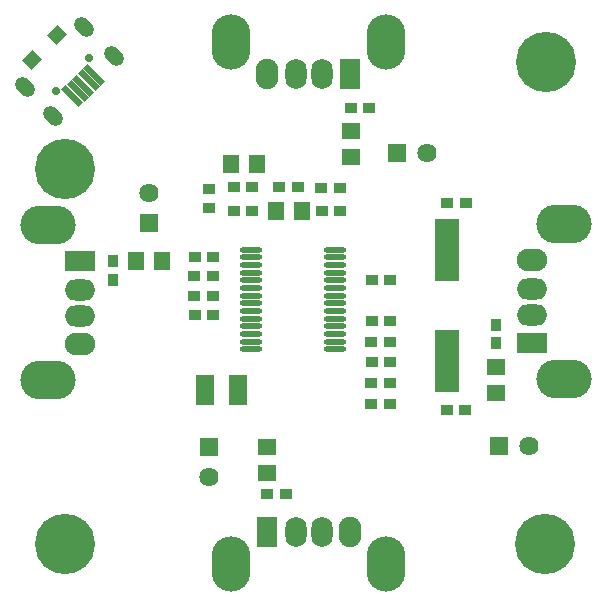
<source format=gts>
G04*
G04 #@! TF.GenerationSoftware,Altium Limited,Altium Designer,20.0.11 (256)*
G04*
G04 Layer_Color=8388736*
%FSLAX25Y25*%
%MOIN*%
G70*
G01*
G75*
%ADD28R,0.04180X0.03550*%
%ADD29O,0.07400X0.01700*%
%ADD30R,0.05900X0.05700*%
%ADD31R,0.05700X0.05900*%
%ADD32R,0.06306X0.10243*%
%ADD33R,0.03400X0.04140*%
%ADD34R,0.04140X0.03400*%
%ADD35R,0.04337X0.03400*%
%ADD36R,0.08274X0.20872*%
G04:AMPARAMS|DCode=37|XSize=19.75mil|YSize=82.74mil|CornerRadius=0mil|HoleSize=0mil|Usage=FLASHONLY|Rotation=45.000|XOffset=0mil|YOffset=0mil|HoleType=Round|Shape=Rectangle|*
%AMROTATEDRECTD37*
4,1,4,0.02227,-0.03623,-0.03623,0.02227,-0.02227,0.03623,0.03623,-0.02227,0.02227,-0.03623,0.0*
%
%ADD37ROTATEDRECTD37*%

G04:AMPARAMS|DCode=38|XSize=47.31mil|YSize=43.37mil|CornerRadius=0mil|HoleSize=0mil|Usage=FLASHONLY|Rotation=45.000|XOffset=0mil|YOffset=0mil|HoleType=Round|Shape=Rectangle|*
%AMROTATEDRECTD38*
4,1,4,-0.00139,-0.03206,-0.03206,-0.00139,0.00139,0.03206,0.03206,0.00139,-0.00139,-0.03206,0.0*
%
%ADD38ROTATEDRECTD38*%

%ADD39C,0.20085*%
%ADD40O,0.10243X0.07093*%
G04:AMPARAMS|DCode=41|XSize=51.24mil|YSize=74.87mil|CornerRadius=0mil|HoleSize=0mil|Usage=FLASHONLY|Rotation=45.000|XOffset=0mil|YOffset=0mil|HoleType=Round|Shape=Round|*
%AMOVALD41*
21,1,0.02362,0.05124,0.00000,0.00000,135.0*
1,1,0.05124,0.00835,-0.00835*
1,1,0.05124,-0.00835,0.00835*
%
%ADD41OVALD41*%

%ADD42C,0.02762*%
%ADD43C,0.06400*%
%ADD44R,0.06400X0.06400*%
%ADD45R,0.06400X0.06400*%
%ADD46O,0.12998X0.18400*%
%ADD47O,0.07487X0.10243*%
%ADD48O,0.07093X0.10243*%
%ADD49R,0.07100X0.10200*%
%ADD50O,0.18400X0.12998*%
%ADD51O,0.10243X0.07487*%
%ADD52R,0.10200X0.07100*%
D28*
X67748Y138031D02*
D03*
Y131810D02*
D03*
D29*
X81500Y84560D02*
D03*
Y87120D02*
D03*
Y89680D02*
D03*
Y92240D02*
D03*
Y94800D02*
D03*
Y97360D02*
D03*
Y99920D02*
D03*
Y102480D02*
D03*
Y105040D02*
D03*
Y107600D02*
D03*
Y110160D02*
D03*
Y112720D02*
D03*
Y115280D02*
D03*
Y117840D02*
D03*
X109500D02*
D03*
Y115280D02*
D03*
Y112720D02*
D03*
Y110160D02*
D03*
Y107600D02*
D03*
Y105040D02*
D03*
Y102480D02*
D03*
Y99920D02*
D03*
Y97360D02*
D03*
Y94800D02*
D03*
Y92240D02*
D03*
Y89680D02*
D03*
Y87120D02*
D03*
Y84560D02*
D03*
D30*
X87120Y52133D02*
D03*
Y43471D02*
D03*
X163380Y70164D02*
D03*
Y78826D02*
D03*
X114900Y148717D02*
D03*
Y157379D02*
D03*
D31*
X43295Y113880D02*
D03*
X51957D02*
D03*
X74939Y146400D02*
D03*
X83601D02*
D03*
X89902Y130620D02*
D03*
X98564D02*
D03*
D32*
X66453Y70932D02*
D03*
X77477D02*
D03*
D33*
X35587Y113880D02*
D03*
Y107778D02*
D03*
X163380Y86660D02*
D03*
Y92762D02*
D03*
D34*
X87120Y36200D02*
D03*
X93222D02*
D03*
X147100Y133392D02*
D03*
X153202D02*
D03*
X147001Y64232D02*
D03*
X153104D02*
D03*
X69062Y96082D02*
D03*
X62960D02*
D03*
X121848Y80217D02*
D03*
X127951D02*
D03*
X121848Y94102D02*
D03*
X127951D02*
D03*
X121848Y107598D02*
D03*
X127951D02*
D03*
X121795Y73275D02*
D03*
X127898D02*
D03*
X114900Y165046D02*
D03*
X121002D02*
D03*
X105286Y130626D02*
D03*
X111388D02*
D03*
X121795Y66332D02*
D03*
X127898D02*
D03*
X69062Y115375D02*
D03*
X62960D02*
D03*
D35*
X69131Y108894D02*
D03*
X62831D02*
D03*
Y102463D02*
D03*
X69131D02*
D03*
X105157Y138520D02*
D03*
X111457D02*
D03*
X82135Y130620D02*
D03*
X75836D02*
D03*
X121780Y87154D02*
D03*
X128079D02*
D03*
X82135Y138560D02*
D03*
X75836D02*
D03*
X91084D02*
D03*
X97383D02*
D03*
D36*
X147100Y117804D02*
D03*
Y80796D02*
D03*
D37*
X22115Y168889D02*
D03*
X23924Y170698D02*
D03*
X29353Y176127D02*
D03*
X27543Y174317D02*
D03*
X25734Y172508D02*
D03*
D38*
X8780Y181110D02*
D03*
X17132Y189462D02*
D03*
D39*
X19618Y144598D02*
D03*
Y19700D02*
D03*
X179773Y19700D02*
D03*
X179900Y180200D02*
D03*
D40*
X175200Y96169D02*
D03*
Y104831D02*
D03*
X24700Y95769D02*
D03*
Y104431D02*
D03*
D41*
X26110Y192037D02*
D03*
X6205Y172132D02*
D03*
X35839Y182446D02*
D03*
X15795Y162402D02*
D03*
D42*
X16575Y170531D02*
D03*
X27710Y181667D02*
D03*
D43*
X140428Y149996D02*
D03*
X174380Y52232D02*
D03*
X67747Y42133D02*
D03*
X47626Y136810D02*
D03*
D44*
X130428Y149996D02*
D03*
X164380Y52232D02*
D03*
D45*
X67747Y52133D02*
D03*
X47626Y126810D02*
D03*
D46*
X126766Y186969D02*
D03*
X75034D02*
D03*
Y13031D02*
D03*
X126766D02*
D03*
D47*
X87120Y176300D02*
D03*
X114680Y23700D02*
D03*
D48*
X96569Y176300D02*
D03*
X105231D02*
D03*
Y23700D02*
D03*
X96569D02*
D03*
D49*
X114680Y176300D02*
D03*
X87120Y23700D02*
D03*
D50*
X185869Y74634D02*
D03*
Y126366D02*
D03*
X14031Y125966D02*
D03*
Y74234D02*
D03*
D51*
X175200Y114280D02*
D03*
X24700Y86320D02*
D03*
D52*
X175200Y86720D02*
D03*
X24700Y113880D02*
D03*
M02*

</source>
